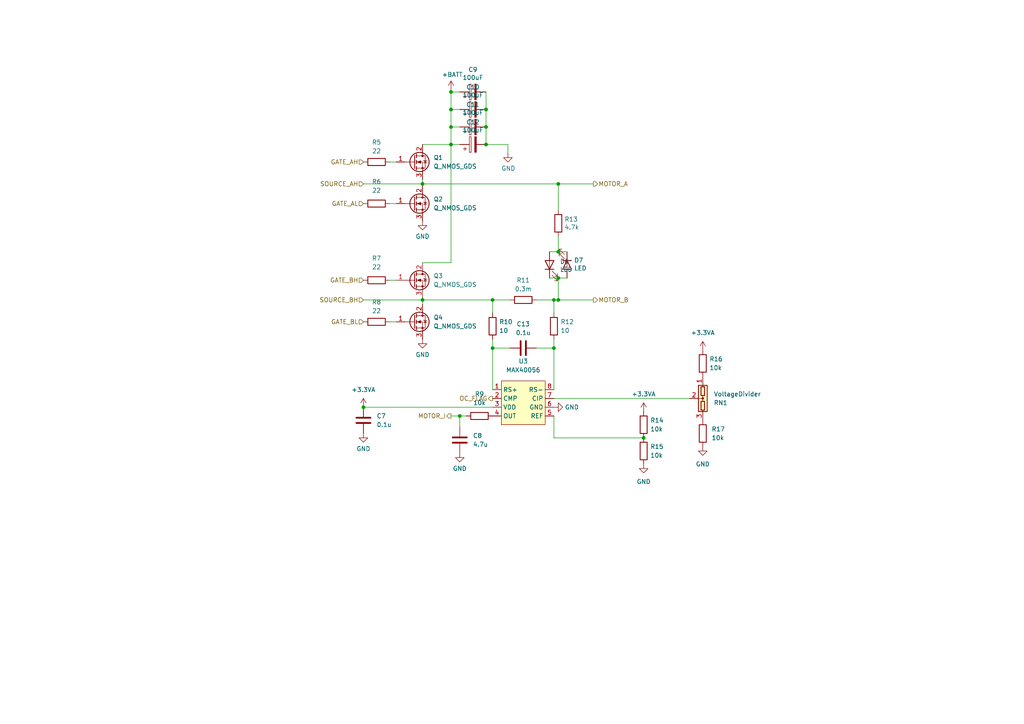
<source format=kicad_sch>
(kicad_sch (version 20211123) (generator eeschema)
  (paper "A4")
  (lib_symbols
    (symbol "Device:C" (pin_numbers hide) (pin_names (offset 0.254))
      (property "Reference" "C" (at 0.635 2.54 0))
      (property "Value" "C" (at 0.635 -2.54 0))
      (symbol "C_0_1"
        (polyline (pts (xy -2.032 -0.762) (xy 2.032 -0.762)) (stroke (width 0.508)))
        (polyline (pts (xy -2.032 0.762) (xy 2.032 0.762)) (stroke (width 0.508)))
      )
      (symbol "C_1_1"
        (pin passive line (at 0 3.81 270) (length 2.794) (name "~") (number "1"))
        (pin passive line (at 0 -3.81 90) (length 2.794) (name "~") (number "2"))
      )
    )
    (symbol "Device:CP" (pin_numbers hide) (pin_names (offset 0.254))
      (property "Reference" "C" (at 0.635 2.54 0))
      (property "Value" "Device_CP" (at 0.635 -2.54 0))
      (symbol "CP_0_1"
        (rectangle (start -2.286 0.508) (end 2.286 1.016))
        (polyline (pts (xy -1.778 2.286) (xy -0.762 2.286)))
        (polyline (pts (xy -1.27 2.794) (xy -1.27 1.778)))
        (rectangle (start 2.286 -0.508) (end -2.286 -1.016) (fill (type outline)))
      )
      (symbol "CP_1_1"
        (pin passive line (at 0 3.81 270) (length 2.794) (name "~") (number "1"))
        (pin passive line (at 0 -3.81 90) (length 2.794) (name "~") (number "2"))
      )
    )
    (symbol "Device:LED" (pin_numbers hide) (pin_names (offset 1.016) hide)
      (property "Reference" "D" (at 0 2.54 0))
      (property "Value" "LED" (at 0 -2.54 0))
      (symbol "LED_0_1"
        (polyline (pts (xy -1.27 -1.27) (xy -1.27 1.27)) (stroke (width 0.254)))
        (polyline (pts (xy -1.27 0) (xy 1.27 0)))
        (polyline (pts (xy 1.27 -1.27) (xy 1.27 1.27) (xy -1.27 0) (xy 1.27 -1.27)) (stroke (width 0.254)))
        (polyline (pts (xy -3.048 -0.762) (xy -4.572 -2.286) (xy -3.81 -2.286) (xy -4.572 -2.286) (xy -4.572 -1.524)))
        (polyline (pts (xy -1.778 -0.762) (xy -3.302 -2.286) (xy -2.54 -2.286) (xy -3.302 -2.286) (xy -3.302 -1.524)))
      )
      (symbol "LED_1_1"
        (pin passive line (at -3.81 0 0) (length 2.54) (name "K") (number "1"))
        (pin passive line (at 3.81 0 180) (length 2.54) (name "A") (number "2"))
      )
    )
    (symbol "Device:Q_NMOS_GDS" (pin_names (offset 0) hide)
      (property "Reference" "Q" (at 5.08 1.27 0))
      (property "Value" "Q_NMOS_GDS" (at 5.08 -1.27 0))
      (symbol "Q_NMOS_GDS_0_1"
        (polyline (pts (xy 0.254 0) (xy -2.54 0)))
        (polyline (pts (xy 0.254 1.905) (xy 0.254 -1.905)) (stroke (width 0.254)))
        (polyline (pts (xy 0.762 -1.27) (xy 0.762 -2.286)) (stroke (width 0.254)))
        (polyline (pts (xy 0.762 0.508) (xy 0.762 -0.508)) (stroke (width 0.254)))
        (polyline (pts (xy 0.762 2.286) (xy 0.762 1.27)) (stroke (width 0.254)))
        (polyline (pts (xy 2.54 2.54) (xy 2.54 1.778)))
        (polyline (pts (xy 2.54 -2.54) (xy 2.54 0) (xy 0.762 0)))
        (polyline (pts (xy 0.762 -1.778) (xy 3.302 -1.778) (xy 3.302 1.778) (xy 0.762 1.778)))
        (polyline (pts (xy 1.016 0) (xy 2.032 0.381) (xy 2.032 -0.381) (xy 1.016 0)) (fill (type outline)))
        (polyline (pts (xy 2.794 0.508) (xy 2.921 0.381) (xy 3.683 0.381) (xy 3.81 0.254)))
        (polyline (pts (xy 3.302 0.381) (xy 2.921 -0.254) (xy 3.683 -0.254) (xy 3.302 0.381)))
        (circle (center 1.651 0) (radius 2.794) (stroke (width 0.254)))
        (circle (center 2.54 -1.778) (radius 0.254) (fill (type outline)))
        (circle (center 2.54 1.778) (radius 0.254) (fill (type outline)))
      )
      (symbol "Q_NMOS_GDS_1_1"
        (pin input line (at -5.08 0 0) (length 2.54) (name "G") (number "1"))
        (pin passive line (at 2.54 5.08 270) (length 2.54) (name "D") (number "2"))
        (pin passive line (at 2.54 -5.08 90) (length 2.54) (name "S") (number "3"))
      )
    )
    (symbol "Device:R" (pin_numbers hide) (pin_names (offset 0))
      (property "Reference" "R" (at 2.032 0 90))
      (property "Value" "R" (at 0 0 90))
      (symbol "R_0_1"
        (rectangle (start -1.016 -2.54) (end 1.016 2.54) (stroke (width 0.254)))
      )
      (symbol "R_1_1"
        (pin passive line (at 0 3.81 270) (length 1.27) (name "~") (number "1"))
        (pin passive line (at 0 -3.81 90) (length 1.27) (name "~") (number "2"))
      )
    )
    (symbol "Device:VoltageDivider" (pin_names (offset 0) hide)
      (property "Reference" "RN" (at -4.445 0 90))
      (property "Value" "VoltageDivider" (at -2.54 0 90))
      (symbol "VoltageDivider_0_1"
        (rectangle (start -1.27 -3.81) (end 1.27 3.81) (stroke (width 0.254)) (fill (type background)))
        (rectangle (start -0.508 -3.3782) (end 0.508 -0.8382) (stroke (width 0.254)))
        (rectangle (start -0.508 3.3782) (end 0.508 0.8382) (stroke (width 0.254)))
        (polyline (pts (xy 0 -5.08) (xy 0 -3.429)))
        (polyline (pts (xy 0 0.889) (xy 0 -0.889)))
        (polyline (pts (xy 0 5.08) (xy 0 3.3782)))
        (polyline (pts (xy 1.27 0) (xy 0 0)))
        (circle (center 0 0.0254) (radius 0.254) (fill (type outline)))
      )
      (symbol "VoltageDivider_1_1"
        (pin passive line (at 0 6.35 270) (length 2.54) (name "~") (number "1"))
        (pin passive line (at 3.81 0 180) (length 2.54) (name "~") (number "2"))
        (pin passive line (at 0 -6.35 90) (length 2.54) (name "~") (number "3"))
      )
    )
    (symbol "Robocon_Analog:MAX40056"
      (property "Reference" "U" (at 0 0 0))
      (property "Value" "MAX40056" (at 0 0 0))
      (symbol "MAX40056_0_1"
        (rectangle (start -6.35 -1.27) (end 6.35 -13.97) (fill (type background)))
      )
      (symbol "MAX40056_1_1"
        (pin input line (at -8.89 -3.81 0) (length 2.54) (name "RS+") (number "1"))
        (pin output line (at -8.89 -6.35 0) (length 2.54) (name "CMP") (number "2"))
        (pin power_in line (at -8.89 -8.89 0) (length 2.54) (name "VDD") (number "3"))
        (pin output line (at -8.89 -11.43 0) (length 2.54) (name "OUT") (number "4"))
        (pin input line (at 8.89 -11.43 180) (length 2.54) (name "REF") (number "5"))
        (pin power_in line (at 8.89 -8.89 180) (length 2.54) (name "GND") (number "6"))
        (pin input line (at 8.89 -6.35 180) (length 2.54) (name "CIP") (number "7"))
        (pin input line (at 8.89 -3.81 180) (length 2.54) (name "RS-") (number "8"))
      )
    )
    (symbol "power:+3.3VA" (power) (pin_names (offset 0))
      (property "Value" "+3.3VA" (at 0 3.556 0))
      (symbol "+3.3VA_0_1"
        (polyline (pts (xy -0.762 1.27) (xy 0 2.54)))
        (polyline (pts (xy 0 0) (xy 0 2.54)))
        (polyline (pts (xy 0 2.54) (xy 0.762 1.27)))
      )
      (symbol "+3.3VA_1_1"
        (pin power_in line (at 0 0 90) (length 0) hide (name "+3.3VA") (number "1"))
      )
    )
    (symbol "power:+BATT" (power) (pin_names (offset 0))
      (property "Value" "+BATT" (at 0 3.556 0))
      (symbol "+BATT_0_1"
        (polyline (pts (xy -0.762 1.27) (xy 0 2.54)))
        (polyline (pts (xy 0 0) (xy 0 2.54)))
        (polyline (pts (xy 0 2.54) (xy 0.762 1.27)))
      )
      (symbol "+BATT_1_1"
        (pin power_in line (at 0 0 90) (length 0) hide (name "+BATT") (number "1"))
      )
    )
    (symbol "power:GND" (power) (pin_names (offset 0))
      (property "Value" "GND" (at 0 -3.81 0))
      (symbol "GND_0_1"
        (polyline (pts (xy 0 0) (xy 0 -1.27) (xy 1.27 -1.27) (xy 0 -2.54) (xy -1.27 -1.27) (xy 0 -1.27)))
      )
      (symbol "GND_1_1"
        (pin power_in line (at 0 0 270) (length 0) hide (name "GND") (number "1"))
      )
    )
  )
  (junction (at 122.555 53.34))
  (junction (at 160.655 86.995))
  (junction (at 140.97 41.91))
  (junction (at 130.81 41.91))
  (junction (at 142.875 100.965))
  (junction (at 133.35 120.65))
  (junction (at 161.925 53.34))
  (junction (at 186.69 127))
  (junction (at 142.875 86.995))
  (junction (at 105.41 118.11))
  (junction (at 140.97 31.75))
  (junction (at 161.925 73.025))
  (junction (at 160.655 100.965))
  (junction (at 130.81 36.83))
  (junction (at 140.97 36.83))
  (junction (at 130.81 31.75))
  (junction (at 161.925 86.995))
  (junction (at 161.925 80.645))
  (junction (at 122.555 86.995))
  (junction (at 130.81 26.67))
  (wire (pts (xy 160.655 86.995) (xy 160.655 90.805)))
  (wire (pts (xy 113.03 59.055) (xy 114.935 59.055)))
  (wire (pts (xy 130.81 76.2) (xy 130.81 41.91)))
  (wire (pts (xy 130.81 26.67) (xy 130.81 31.75)))
  (wire (pts (xy 130.81 120.65) (xy 133.35 120.65)))
  (wire (pts (xy 160.655 100.965) (xy 160.655 113.03)))
  (wire (pts (xy 142.875 100.965) (xy 147.955 100.965)))
  (wire (pts (xy 147.32 41.91) (xy 147.32 44.45)))
  (wire (pts (xy 161.925 53.34) (xy 172.085 53.34)))
  (wire (pts (xy 130.81 41.91) (xy 122.555 41.91)))
  (wire (pts (xy 105.41 118.11) (xy 142.875 118.11)))
  (wire (pts (xy 122.555 53.34) (xy 122.555 53.975)))
  (wire (pts (xy 142.875 86.995) (xy 142.875 90.805)))
  (wire (pts (xy 113.03 46.99) (xy 114.935 46.99)))
  (wire (pts (xy 161.925 53.34) (xy 161.925 60.96)))
  (wire (pts (xy 142.875 100.965) (xy 142.875 113.03)))
  (wire (pts (xy 142.875 86.995) (xy 147.955 86.995)))
  (wire (pts (xy 161.925 73.025) (xy 164.465 73.025)))
  (wire (pts (xy 142.875 98.425) (xy 142.875 100.965)))
  (wire (pts (xy 164.465 80.645) (xy 161.925 80.645)))
  (wire (pts (xy 122.555 86.995) (xy 142.875 86.995)))
  (wire (pts (xy 122.555 76.2) (xy 130.81 76.2)))
  (wire (pts (xy 130.81 26.035) (xy 130.81 26.67)))
  (wire (pts (xy 159.385 73.025) (xy 161.925 73.025)))
  (wire (pts (xy 160.655 120.65) (xy 160.655 127)))
  (wire (pts (xy 140.97 26.67) (xy 140.97 31.75)))
  (wire (pts (xy 105.41 86.995) (xy 122.555 86.995)))
  (wire (pts (xy 155.575 100.965) (xy 160.655 100.965)))
  (wire (pts (xy 155.575 86.995) (xy 160.655 86.995)))
  (wire (pts (xy 140.97 31.75) (xy 140.97 36.83)))
  (wire (pts (xy 161.925 80.645) (xy 161.925 86.995)))
  (wire (pts (xy 161.925 68.58) (xy 161.925 73.025)))
  (wire (pts (xy 133.35 120.65) (xy 133.35 123.825)))
  (wire (pts (xy 161.925 80.645) (xy 159.385 80.645)))
  (wire (pts (xy 122.555 52.07) (xy 122.555 53.34)))
  (wire (pts (xy 105.41 53.34) (xy 122.555 53.34)))
  (wire (pts (xy 160.655 86.995) (xy 161.925 86.995)))
  (wire (pts (xy 113.03 93.345) (xy 114.935 93.345)))
  (wire (pts (xy 113.03 81.28) (xy 114.935 81.28)))
  (wire (pts (xy 130.81 36.83) (xy 130.81 41.91)))
  (wire (pts (xy 130.81 26.67) (xy 133.35 26.67)))
  (wire (pts (xy 160.655 127) (xy 186.69 127)))
  (wire (pts (xy 140.97 36.83) (xy 140.97 41.91)))
  (wire (pts (xy 122.555 86.995) (xy 122.555 88.265)))
  (wire (pts (xy 160.655 115.57) (xy 200.025 115.57)))
  (wire (pts (xy 133.35 120.65) (xy 135.255 120.65)))
  (wire (pts (xy 130.81 31.75) (xy 130.81 36.83)))
  (wire (pts (xy 122.555 86.36) (xy 122.555 86.995)))
  (wire (pts (xy 160.655 98.425) (xy 160.655 100.965)))
  (wire (pts (xy 130.81 36.83) (xy 133.35 36.83)))
  (wire (pts (xy 122.555 53.34) (xy 161.925 53.34)))
  (wire (pts (xy 130.81 41.91) (xy 133.35 41.91)))
  (wire (pts (xy 172.085 86.995) (xy 161.925 86.995)))
  (wire (pts (xy 130.81 31.75) (xy 133.35 31.75)))
  (wire (pts (xy 140.97 41.91) (xy 147.32 41.91)))
  (hierarchical_label "MOTOR_B" (shape output) (at 172.085 86.995 0))
  (hierarchical_label "SOURCE_BH" (shape input) (at 105.41 86.995 180))
  (hierarchical_label "OC_FLAG" (shape output) (at 142.875 115.57 180))
  (hierarchical_label "MOTOR_I" (shape output) (at 130.81 120.65 180))
  (hierarchical_label "GATE_AL" (shape input) (at 105.41 59.055 180))
  (hierarchical_label "MOTOR_A" (shape output) (at 172.085 53.34 0))
  (hierarchical_label "GATE_AH" (shape input) (at 105.41 46.99 180))
  (hierarchical_label "SOURCE_AH" (shape input) (at 105.41 53.34 180))
  (hierarchical_label "GATE_BL" (shape input) (at 105.41 93.345 180))
  (hierarchical_label "GATE_BH" (shape input) (at 105.41 81.28 180))
  (symbol (lib_id "Device:R") (at 142.875 94.615 0) (unit 1)
    (property "Reference" "R10" (at 144.78 93.3449 0) (effects (justify left)))
    (property "Value" "10" (at 144.78 95.8849 0) (effects (justify left)))
    (property "Footprint" "Resistor_SMD:R_0603_1608Metric_Pad0.98x0.95mm_HandSolder" (effects hide))
  )
  (symbol (lib_id "power:+3.3VA") (at 186.69 119.38 0) (unit 1)
    (property "Reference" "#PWR026" (effects hide))
    (property "Value" "+3.3VA" (at 186.69 114.3 0))
  )
  (symbol (lib_id "Device:R") (at 160.655 94.615 0) (unit 1)
    (property "Reference" "R12" (at 162.56 93.3449 0) (effects (justify left)))
    (property "Value" "10" (at 162.56 95.8849 0) (effects (justify left)))
    (property "Footprint" "Resistor_SMD:R_0603_1608Metric_Pad0.98x0.95mm_HandSolder" (effects hide))
  )
  (symbol (lib_id "Device:LED") (at 164.465 76.835 270) (unit 1)
    (property "Reference" "D7" (at 166.497 75.4888 90) (effects (justify left)))
    (property "Value" "LED" (at 166.497 77.8002 90) (effects (justify left)))
    (property "Footprint" "LED_SMD:LED_0603_1608Metric_Pad1.05x0.95mm_HandSolder" (effects hide))
  )
  (symbol (lib_id "Robocon_Analog:MAX40056") (at 151.765 109.22 0) (unit 1)
    (property "Reference" "U3" (at 151.765 104.775 0))
    (property "Value" "MAX40056" (at 151.765 107.315 0))
    (property "Footprint" "Package_SO:MSOP-8_3x3mm_P0.65mm" (effects hide))
  )
  (symbol (lib_id "Device:CP") (at 137.16 36.83 90) (unit 1)
    (property "Reference" "C11" (at 137.16 30.353 90))
    (property "Value" "100uF" (at 137.16 32.6644 90))
    (property "Footprint" "Capacitor_SMD:CP_Elec_10x10" (effects hide))
  )
  (symbol (lib_id "power:GND") (at 122.555 64.135 0) (unit 1)
    (property "Reference" "#PWR020" (effects hide))
    (property "Value" "GND" (at 122.555 68.58 0))
  )
  (symbol (lib_id "power:GND") (at 203.835 129.54 0) (unit 1)
    (property "Reference" "#PWR029" (effects hide))
    (property "Value" "GND" (at 203.835 134.62 0))
  )
  (symbol (lib_id "Device:Q_NMOS_GDS") (at 120.015 93.345 0) (unit 1)
    (property "Reference" "Q4" (at 125.73 92.0749 0) (effects (justify left)))
    (property "Value" "Q_NMOS_GDS" (at 125.73 94.6149 0) (effects (justify left)))
    (property "Footprint" "Package_TO_SOT_SMD:TO-263-2" (effects hide))
  )
  (symbol (lib_id "power:GND") (at 147.32 44.45 0) (unit 1)
    (property "Reference" "#PWR024" (effects hide))
    (property "Value" "GND" (at 147.447 48.8442 0))
  )
  (symbol (lib_id "Device:R") (at 203.835 105.41 0) (unit 1)
    (property "Reference" "R16" (at 205.74 104.1399 0) (effects (justify left)))
    (property "Value" "10k" (at 205.74 106.6799 0) (effects (justify left)))
    (property "Footprint" "Resistor_SMD:R_0603_1608Metric_Pad0.98x0.95mm_HandSolder" (effects hide))
  )
  (symbol (lib_id "Device:VoltageDivider") (at 203.835 115.57 0) (mirror y) (unit 1)
    (property "Reference" "RN1" (at 207.01 116.8401 0) (effects (justify right)))
    (property "Value" "VoltageDivider" (at 207.01 114.3001 0) (effects (justify right)))
    (property "Footprint" "Potentiometer_SMD:Potentiometer_Bourns_3224J_Horizontal" (effects hide))
  )
  (symbol (lib_id "Device:C") (at 133.35 127.635 0) (unit 1)
    (property "Reference" "C8" (at 137.16 126.3649 0) (effects (justify left)))
    (property "Value" "4.7u" (at 137.16 128.9049 0) (effects (justify left)))
    (property "Footprint" "Capacitor_SMD:C_0805_2012Metric_Pad1.18x1.45mm_HandSolder" (effects hide))
  )
  (symbol (lib_id "Device:CP") (at 137.16 41.91 90) (unit 1)
    (property "Reference" "C12" (at 137.16 35.433 90))
    (property "Value" "100uF" (at 137.16 37.7444 90))
    (property "Footprint" "Capacitor_SMD:CP_Elec_10x10" (effects hide))
  )
  (symbol (lib_id "Device:R") (at 109.22 46.99 90) (unit 1)
    (property "Reference" "R5" (at 109.22 41.275 90))
    (property "Value" "22" (at 109.22 43.815 90))
    (property "Footprint" "Resistor_SMD:R_0603_1608Metric_Pad0.98x0.95mm_HandSolder" (effects hide))
  )
  (symbol (lib_id "power:+3.3VA") (at 105.41 118.11 0) (unit 1)
    (property "Reference" "#PWR018" (effects hide))
    (property "Value" "+3.3VA" (at 105.41 113.03 0))
  )
  (symbol (lib_id "Device:R") (at 203.835 125.73 0) (unit 1)
    (property "Reference" "R17" (at 206.375 124.4599 0) (effects (justify left)))
    (property "Value" "10k" (at 206.375 126.9999 0) (effects (justify left)))
    (property "Footprint" "Resistor_SMD:R_0603_1608Metric_Pad0.98x0.95mm_HandSolder" (effects hide))
  )
  (symbol (lib_id "Device:R") (at 109.22 59.055 90) (unit 1)
    (property "Reference" "R6" (at 109.22 52.705 90))
    (property "Value" "22" (at 109.22 55.245 90))
    (property "Footprint" "Resistor_SMD:R_0603_1608Metric_Pad0.98x0.95mm_HandSolder" (effects hide))
  )
  (symbol (lib_id "Device:R") (at 186.69 130.81 0) (unit 1)
    (property "Reference" "R15" (at 188.595 129.5399 0) (effects (justify left)))
    (property "Value" "10k" (at 188.595 132.0799 0) (effects (justify left)))
    (property "Footprint" "Resistor_SMD:R_0603_1608Metric_Pad0.98x0.95mm_HandSolder" (effects hide))
  )
  (symbol (lib_id "Device:R") (at 186.69 123.19 0) (unit 1)
    (property "Reference" "R14" (at 188.595 121.9199 0) (effects (justify left)))
    (property "Value" "10k" (at 188.595 124.4599 0) (effects (justify left)))
    (property "Footprint" "Resistor_SMD:R_0603_1608Metric_Pad0.98x0.95mm_HandSolder" (effects hide))
  )
  (symbol (lib_id "Device:R") (at 109.22 81.28 90) (unit 1)
    (property "Reference" "R7" (at 109.22 74.93 90))
    (property "Value" "22" (at 109.22 77.47 90))
    (property "Footprint" "Resistor_SMD:R_0603_1608Metric_Pad0.98x0.95mm_HandSolder" (effects hide))
  )
  (symbol (lib_id "power:GND") (at 186.69 134.62 0) (unit 1)
    (property "Reference" "#PWR027" (effects hide))
    (property "Value" "GND" (at 186.69 139.7 0))
  )
  (symbol (lib_id "Device:Q_NMOS_GDS") (at 120.015 59.055 0) (unit 1)
    (property "Reference" "Q2" (at 125.73 57.7849 0) (effects (justify left)))
    (property "Value" "Q_NMOS_GDS" (at 125.73 60.3249 0) (effects (justify left)))
    (property "Footprint" "Package_TO_SOT_SMD:TO-263-2" (effects hide))
  )
  (symbol (lib_id "Device:C") (at 151.765 100.965 90) (unit 1)
    (property "Reference" "C13" (at 151.765 93.98 90))
    (property "Value" "0.1u" (at 151.765 96.52 90))
    (property "Footprint" "Capacitor_SMD:C_0603_1608Metric_Pad1.08x0.95mm_HandSolder" (effects hide))
  )
  (symbol (lib_id "power:GND") (at 105.41 125.73 0) (unit 1)
    (property "Reference" "#PWR019" (effects hide))
    (property "Value" "GND" (at 105.41 130.175 0))
  )
  (symbol (lib_id "power:+3.3VA") (at 203.835 101.6 0) (unit 1)
    (property "Reference" "#PWR028" (effects hide))
    (property "Value" "+3.3VA" (at 203.835 96.52 0))
  )
  (symbol (lib_id "Device:CP") (at 137.16 31.75 90) (unit 1)
    (property "Reference" "C10" (at 137.16 25.273 90))
    (property "Value" "100uF" (at 137.16 27.5844 90))
    (property "Footprint" "Capacitor_SMD:CP_Elec_10x10" (effects hide))
  )
  (symbol (lib_id "power:GND") (at 133.35 131.445 0) (unit 1)
    (property "Reference" "#PWR023" (effects hide))
    (property "Value" "GND" (at 133.35 135.89 0))
  )
  (symbol (lib_id "Device:R") (at 139.065 120.65 90) (unit 1)
    (property "Reference" "R9" (at 139.065 114.3 90))
    (property "Value" "10k" (at 139.065 116.84 90))
    (property "Footprint" "Resistor_SMD:R_0603_1608Metric_Pad0.98x0.95mm_HandSolder" (effects hide))
  )
  (symbol (lib_id "Device:CP") (at 137.16 26.67 90) (unit 1)
    (property "Reference" "C9" (at 137.16 20.193 90))
    (property "Value" "100uF" (at 137.16 22.5044 90))
    (property "Footprint" "Capacitor_SMD:CP_Elec_10x10" (effects hide))
  )
  (symbol (lib_id "power:+BATT") (at 130.81 26.035 0) (unit 1)
    (property "Reference" "#PWR022" (effects hide))
    (property "Value" "+BATT" (at 131.191 21.6408 0))
  )
  (symbol (lib_id "Device:Q_NMOS_GDS") (at 120.015 81.28 0) (unit 1)
    (property "Reference" "Q3" (at 125.73 80.0099 0) (effects (justify left)))
    (property "Value" "Q_NMOS_GDS" (at 125.73 82.5499 0) (effects (justify left)))
    (property "Footprint" "Package_TO_SOT_SMD:TO-263-2" (effects hide))
  )
  (symbol (lib_id "Device:C") (at 105.41 121.92 0) (unit 1)
    (property "Reference" "C7" (at 109.22 120.6499 0) (effects (justify left)))
    (property "Value" "0.1u" (at 109.22 123.1899 0) (effects (justify left)))
    (property "Footprint" "Capacitor_SMD:C_0603_1608Metric_Pad1.08x0.95mm_HandSolder" (effects hide))
  )
  (symbol (lib_id "Device:LED") (at 159.385 76.835 90) (unit 1)
    (property "Reference" "D6" (at 162.3822 75.8444 90) (effects (justify right)))
    (property "Value" "LED" (at 162.3822 78.1558 90) (effects (justify right)))
    (property "Footprint" "LED_SMD:LED_0603_1608Metric_Pad1.05x0.95mm_HandSolder" (effects hide))
  )
  (symbol (lib_id "Device:R") (at 161.925 64.77 0) (unit 1)
    (property "Reference" "R13" (at 163.703 63.6016 0) (effects (justify left)))
    (property "Value" "4.7k" (at 163.703 65.913 0) (effects (justify left)))
    (property "Footprint" "Resistor_SMD:R_0603_1608Metric_Pad0.98x0.95mm_HandSolder" (effects hide))
  )
  (symbol (lib_id "Device:R") (at 151.765 86.995 90) (unit 1)
    (property "Reference" "R11" (at 151.765 81.28 90))
    (property "Value" "0.3m" (at 151.765 83.82 90))
    (property "Footprint" "Robocon_Resistor:PU2512" (effects hide))
  )
  (symbol (lib_id "Device:Q_NMOS_GDS") (at 120.015 46.99 0) (unit 1)
    (property "Reference" "Q1" (at 125.73 45.7199 0) (effects (justify left)))
    (property "Value" "Q_NMOS_GDS" (at 125.73 48.2599 0) (effects (justify left)))
    (property "Footprint" "Package_TO_SOT_SMD:TO-263-2" (effects hide))
  )
  (symbol (lib_id "power:GND") (at 122.555 98.425 0) (unit 1)
    (property "Reference" "#PWR021" (effects hide))
    (property "Value" "GND" (at 122.555 102.87 0))
  )
  (symbol (lib_id "power:GND") (at 160.655 118.11 90) (unit 1)
    (property "Reference" "#PWR025" (effects hide))
    (property "Value" "GND" (at 163.83 118.1099 90) (effects (justify right)))
  )
  (symbol (lib_id "Device:R") (at 109.22 93.345 90) (unit 1)
    (property "Reference" "R8" (at 109.22 87.63 90))
    (property "Value" "22" (at 109.22 90.17 90))
    (property "Footprint" "Resistor_SMD:R_0603_1608Metric_Pad0.98x0.95mm_HandSolder" (effects hide))
  )
)
</source>
